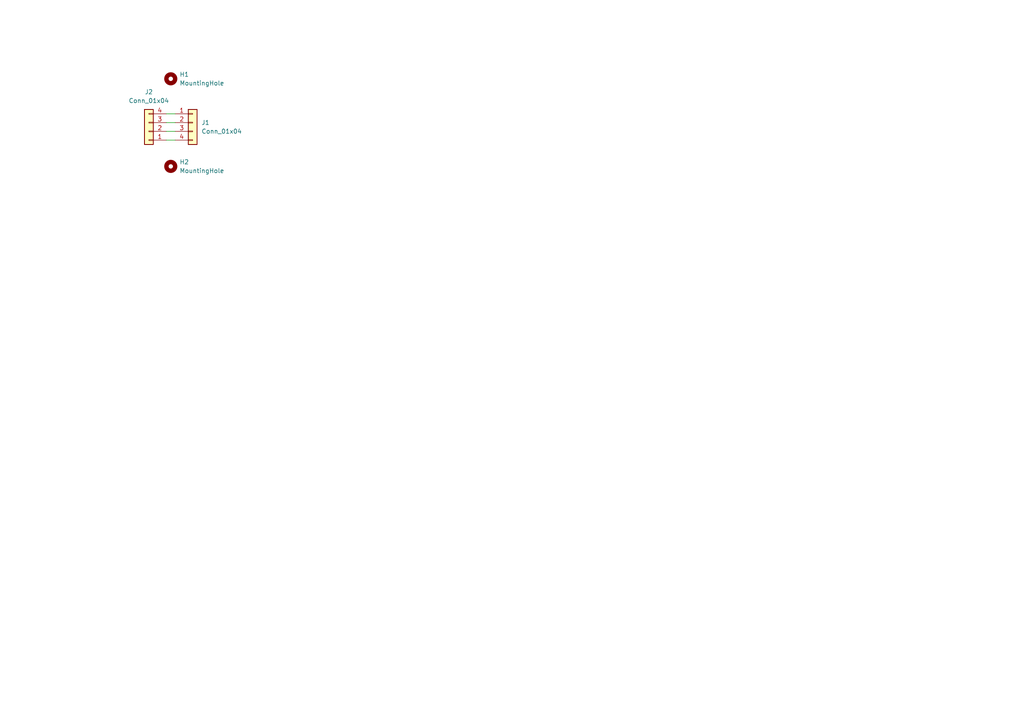
<source format=kicad_sch>
(kicad_sch (version 20231120) (generator "eeschema") (generator_version "8.0")
  (paper "A4")
  (lib_symbols
    (symbol "Connector_Generic:Conn_01x04" (pin_names (offset 1.016) hide)
      (property "Reference" "J" (at 0 5.08 0))
      (property "Value" "Conn_01x04" (at 0 -7.62 0))
      (symbol "Conn_01x04_1_1"
        (rectangle (start -1.27 -4.953) (end 0 -5.207) (stroke (width 0.1524)))
        (rectangle (start -1.27 -2.413) (end 0 -2.667) (stroke (width 0.1524)))
        (rectangle (start -1.27 0.127) (end 0 -0.127) (stroke (width 0.1524)))
        (rectangle (start -1.27 2.667) (end 0 2.413) (stroke (width 0.1524)))
        (rectangle (start -1.27 3.81) (end 1.27 -6.35) (stroke (width 0.254)) (fill (type background)))
        (pin passive line (at -5.08 2.54 0) (length 3.81) (name "Pin_1") (number "1"))
        (pin passive line (at -5.08 0 0) (length 3.81) (name "Pin_2") (number "2"))
        (pin passive line (at -5.08 -2.54 0) (length 3.81) (name "Pin_3") (number "3"))
        (pin passive line (at -5.08 -5.08 0) (length 3.81) (name "Pin_4") (number "4"))
      )
    )
    (symbol "Mechanical:MountingHole" (pin_names (offset 1.016)) (exclude_from_sim yes) (in_bom no)
      (property "Reference" "H" (at 0 5.08 0))
      (property "Value" "MountingHole" (at 0 3.175 0))
      (symbol "MountingHole_0_1"
        (circle (center 0 0) (radius 1.27) (stroke (width 1.27)))
      )
    )
  )
  (wire (pts (xy 48.26 35.56) (xy 50.8 35.56)))
  (wire (pts (xy 48.26 38.1) (xy 50.8 38.1)))
  (wire (pts (xy 48.26 40.64) (xy 50.8 40.64)))
  (wire (pts (xy 48.26 33.02) (xy 50.8 33.02)))
  (symbol (lib_id "Connector_Generic:Conn_01x04") (at 55.88 35.56 0) (unit 1)
    (property "Reference" "J1" (at 58.42 35.5599 0) (effects (justify left)))
    (property "Value" "Conn_01x04" (at 58.42 38.0999 0) (effects (justify left)))
    (property "Footprint" "Connector_JST:JST_GH_SM04B-GHS-TB_1x04-1MP_P1.25mm_Horizontal" (effects (hide yes)))
    (property "Description" "Generic connector, single row, 01x04, script generated (kicad-library-utils/schlib/autogen/connector/)" (effects (hide yes)))
  )
  (symbol (lib_id "Connector_Generic:Conn_01x04") (at 43.18 38.1 180) (unit 1)
    (property "Reference" "J2" (at 43.18 26.67 0))
    (property "Value" "Conn_01x04" (at 43.18 29.21 0))
    (property "Footprint" "Connector_PinHeader_2.54mm:PinHeader_1x04_P2.54mm_Vertical" (effects (hide yes)))
    (property "Description" "Generic connector, single row, 01x04, script generated (kicad-library-utils/schlib/autogen/connector/)" (effects (hide yes)))
  )
  (symbol (lib_id "Mechanical:MountingHole") (at 49.53 22.86 0) (unit 1) (exclude_from_sim yes) (in_bom no)
    (property "Reference" "H1" (at 52.07 21.5899 0) (effects (justify left)))
    (property "Value" "MountingHole" (at 52.07 24.1299 0) (effects (justify left)))
    (property "Footprint" "MountingHole:MountingHole_3.2mm_M3" (effects (hide yes)))
    (property "Description" "Mounting Hole without connection" (effects (hide yes)))
  )
  (symbol (lib_id "Mechanical:MountingHole") (at 49.53 48.26 0) (unit 1) (exclude_from_sim yes) (in_bom no)
    (property "Reference" "H2" (at 52.07 46.9899 0) (effects (justify left)))
    (property "Value" "MountingHole" (at 52.07 49.5299 0) (effects (justify left)))
    (property "Footprint" "MountingHole:MountingHole_3.2mm_M3" (effects (hide yes)))
    (property "Description" "Mounting Hole without connection" (effects (hide yes)))
  )
)
</source>
